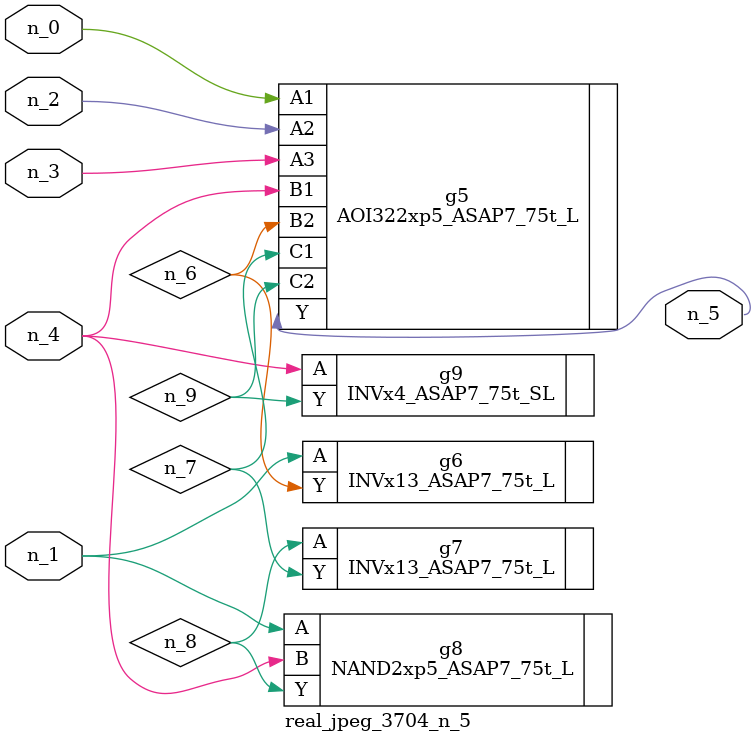
<source format=v>
module real_jpeg_3704_n_5 (n_4, n_0, n_1, n_2, n_3, n_5);

input n_4;
input n_0;
input n_1;
input n_2;
input n_3;

output n_5;

wire n_8;
wire n_6;
wire n_7;
wire n_9;

AOI322xp5_ASAP7_75t_L g5 ( 
.A1(n_0),
.A2(n_2),
.A3(n_3),
.B1(n_4),
.B2(n_6),
.C1(n_7),
.C2(n_9),
.Y(n_5)
);

INVx13_ASAP7_75t_L g6 ( 
.A(n_1),
.Y(n_6)
);

NAND2xp5_ASAP7_75t_L g8 ( 
.A(n_1),
.B(n_4),
.Y(n_8)
);

INVx4_ASAP7_75t_SL g9 ( 
.A(n_4),
.Y(n_9)
);

INVx13_ASAP7_75t_L g7 ( 
.A(n_8),
.Y(n_7)
);


endmodule
</source>
